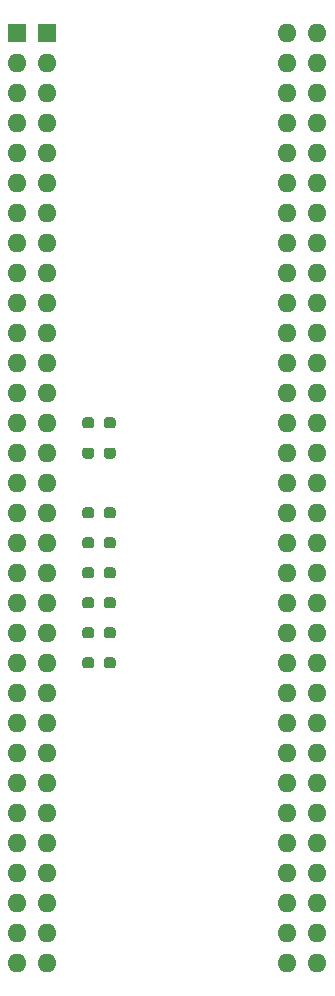
<source format=gbs>
G04 #@! TF.GenerationSoftware,KiCad,Pcbnew,(5.1.12)-1*
G04 #@! TF.CreationDate,2022-10-04T21:51:07-07:00*
G04 #@! TF.ProjectId,HDMIBuffer,48444d49-4275-4666-9665-722e6b696361,rev?*
G04 #@! TF.SameCoordinates,Original*
G04 #@! TF.FileFunction,Soldermask,Bot*
G04 #@! TF.FilePolarity,Negative*
%FSLAX46Y46*%
G04 Gerber Fmt 4.6, Leading zero omitted, Abs format (unit mm)*
G04 Created by KiCad (PCBNEW (5.1.12)-1) date 2022-10-04 21:51:07*
%MOMM*%
%LPD*%
G01*
G04 APERTURE LIST*
%ADD10O,1.600000X1.600000*%
%ADD11R,1.600000X1.600000*%
G04 APERTURE END LIST*
G36*
G01*
X118853400Y-116856500D02*
X118853400Y-117331500D01*
G75*
G02*
X118615900Y-117569000I-237500J0D01*
G01*
X118115900Y-117569000D01*
G75*
G02*
X117878400Y-117331500I0J237500D01*
G01*
X117878400Y-116856500D01*
G75*
G02*
X118115900Y-116619000I237500J0D01*
G01*
X118615900Y-116619000D01*
G75*
G02*
X118853400Y-116856500I0J-237500D01*
G01*
G37*
G36*
G01*
X120678400Y-116856500D02*
X120678400Y-117331500D01*
G75*
G02*
X120440900Y-117569000I-237500J0D01*
G01*
X119940900Y-117569000D01*
G75*
G02*
X119703400Y-117331500I0J237500D01*
G01*
X119703400Y-116856500D01*
G75*
G02*
X119940900Y-116619000I237500J0D01*
G01*
X120440900Y-116619000D01*
G75*
G02*
X120678400Y-116856500I0J-237500D01*
G01*
G37*
G36*
G01*
X118853400Y-119396500D02*
X118853400Y-119871500D01*
G75*
G02*
X118615900Y-120109000I-237500J0D01*
G01*
X118115900Y-120109000D01*
G75*
G02*
X117878400Y-119871500I0J237500D01*
G01*
X117878400Y-119396500D01*
G75*
G02*
X118115900Y-119159000I237500J0D01*
G01*
X118615900Y-119159000D01*
G75*
G02*
X118853400Y-119396500I0J-237500D01*
G01*
G37*
G36*
G01*
X120678400Y-119396500D02*
X120678400Y-119871500D01*
G75*
G02*
X120440900Y-120109000I-237500J0D01*
G01*
X119940900Y-120109000D01*
G75*
G02*
X119703400Y-119871500I0J237500D01*
G01*
X119703400Y-119396500D01*
G75*
G02*
X119940900Y-119159000I237500J0D01*
G01*
X120440900Y-119159000D01*
G75*
G02*
X120678400Y-119396500I0J-237500D01*
G01*
G37*
G36*
G01*
X118853400Y-114316500D02*
X118853400Y-114791500D01*
G75*
G02*
X118615900Y-115029000I-237500J0D01*
G01*
X118115900Y-115029000D01*
G75*
G02*
X117878400Y-114791500I0J237500D01*
G01*
X117878400Y-114316500D01*
G75*
G02*
X118115900Y-114079000I237500J0D01*
G01*
X118615900Y-114079000D01*
G75*
G02*
X118853400Y-114316500I0J-237500D01*
G01*
G37*
G36*
G01*
X120678400Y-114316500D02*
X120678400Y-114791500D01*
G75*
G02*
X120440900Y-115029000I-237500J0D01*
G01*
X119940900Y-115029000D01*
G75*
G02*
X119703400Y-114791500I0J237500D01*
G01*
X119703400Y-114316500D01*
G75*
G02*
X119940900Y-114079000I237500J0D01*
G01*
X120440900Y-114079000D01*
G75*
G02*
X120678400Y-114316500I0J-237500D01*
G01*
G37*
G36*
G01*
X118853400Y-111776500D02*
X118853400Y-112251500D01*
G75*
G02*
X118615900Y-112489000I-237500J0D01*
G01*
X118115900Y-112489000D01*
G75*
G02*
X117878400Y-112251500I0J237500D01*
G01*
X117878400Y-111776500D01*
G75*
G02*
X118115900Y-111539000I237500J0D01*
G01*
X118615900Y-111539000D01*
G75*
G02*
X118853400Y-111776500I0J-237500D01*
G01*
G37*
G36*
G01*
X120678400Y-111776500D02*
X120678400Y-112251500D01*
G75*
G02*
X120440900Y-112489000I-237500J0D01*
G01*
X119940900Y-112489000D01*
G75*
G02*
X119703400Y-112251500I0J237500D01*
G01*
X119703400Y-111776500D01*
G75*
G02*
X119940900Y-111539000I237500J0D01*
G01*
X120440900Y-111539000D01*
G75*
G02*
X120678400Y-111776500I0J-237500D01*
G01*
G37*
G36*
G01*
X118853400Y-109236500D02*
X118853400Y-109711500D01*
G75*
G02*
X118615900Y-109949000I-237500J0D01*
G01*
X118115900Y-109949000D01*
G75*
G02*
X117878400Y-109711500I0J237500D01*
G01*
X117878400Y-109236500D01*
G75*
G02*
X118115900Y-108999000I237500J0D01*
G01*
X118615900Y-108999000D01*
G75*
G02*
X118853400Y-109236500I0J-237500D01*
G01*
G37*
G36*
G01*
X120678400Y-109236500D02*
X120678400Y-109711500D01*
G75*
G02*
X120440900Y-109949000I-237500J0D01*
G01*
X119940900Y-109949000D01*
G75*
G02*
X119703400Y-109711500I0J237500D01*
G01*
X119703400Y-109236500D01*
G75*
G02*
X119940900Y-108999000I237500J0D01*
G01*
X120440900Y-108999000D01*
G75*
G02*
X120678400Y-109236500I0J-237500D01*
G01*
G37*
G36*
G01*
X118853400Y-106696500D02*
X118853400Y-107171500D01*
G75*
G02*
X118615900Y-107409000I-237500J0D01*
G01*
X118115900Y-107409000D01*
G75*
G02*
X117878400Y-107171500I0J237500D01*
G01*
X117878400Y-106696500D01*
G75*
G02*
X118115900Y-106459000I237500J0D01*
G01*
X118615900Y-106459000D01*
G75*
G02*
X118853400Y-106696500I0J-237500D01*
G01*
G37*
G36*
G01*
X120678400Y-106696500D02*
X120678400Y-107171500D01*
G75*
G02*
X120440900Y-107409000I-237500J0D01*
G01*
X119940900Y-107409000D01*
G75*
G02*
X119703400Y-107171500I0J237500D01*
G01*
X119703400Y-106696500D01*
G75*
G02*
X119940900Y-106459000I237500J0D01*
G01*
X120440900Y-106459000D01*
G75*
G02*
X120678400Y-106696500I0J-237500D01*
G01*
G37*
G36*
G01*
X118853400Y-101641900D02*
X118853400Y-102116900D01*
G75*
G02*
X118615900Y-102354400I-237500J0D01*
G01*
X118115900Y-102354400D01*
G75*
G02*
X117878400Y-102116900I0J237500D01*
G01*
X117878400Y-101641900D01*
G75*
G02*
X118115900Y-101404400I237500J0D01*
G01*
X118615900Y-101404400D01*
G75*
G02*
X118853400Y-101641900I0J-237500D01*
G01*
G37*
G36*
G01*
X120678400Y-101641900D02*
X120678400Y-102116900D01*
G75*
G02*
X120440900Y-102354400I-237500J0D01*
G01*
X119940900Y-102354400D01*
G75*
G02*
X119703400Y-102116900I0J237500D01*
G01*
X119703400Y-101641900D01*
G75*
G02*
X119940900Y-101404400I237500J0D01*
G01*
X120440900Y-101404400D01*
G75*
G02*
X120678400Y-101641900I0J-237500D01*
G01*
G37*
G36*
G01*
X118853400Y-99076500D02*
X118853400Y-99551500D01*
G75*
G02*
X118615900Y-99789000I-237500J0D01*
G01*
X118115900Y-99789000D01*
G75*
G02*
X117878400Y-99551500I0J237500D01*
G01*
X117878400Y-99076500D01*
G75*
G02*
X118115900Y-98839000I237500J0D01*
G01*
X118615900Y-98839000D01*
G75*
G02*
X118853400Y-99076500I0J-237500D01*
G01*
G37*
G36*
G01*
X120678400Y-99076500D02*
X120678400Y-99551500D01*
G75*
G02*
X120440900Y-99789000I-237500J0D01*
G01*
X119940900Y-99789000D01*
G75*
G02*
X119703400Y-99551500I0J237500D01*
G01*
X119703400Y-99076500D01*
G75*
G02*
X119940900Y-98839000I237500J0D01*
G01*
X120440900Y-98839000D01*
G75*
G02*
X120678400Y-99076500I0J-237500D01*
G01*
G37*
D10*
X137769600Y-145034000D03*
X137769600Y-142494000D03*
X137769600Y-139954000D03*
X137769600Y-137414000D03*
X137769600Y-134874000D03*
X137769600Y-132334000D03*
X137769600Y-129794000D03*
X137769600Y-127254000D03*
X137769600Y-124714000D03*
X137769600Y-122174000D03*
X137769600Y-119634000D03*
X137769600Y-117094000D03*
X137769600Y-114554000D03*
X137769600Y-112014000D03*
X137769600Y-109474000D03*
X137769600Y-106934000D03*
X137769600Y-104394000D03*
X137769600Y-101854000D03*
X137769600Y-99314000D03*
X137769600Y-96774000D03*
X137769600Y-94234000D03*
X137769600Y-91694000D03*
X137769600Y-89154000D03*
X137769600Y-86614000D03*
X137769600Y-84074000D03*
X137769600Y-81534000D03*
X137769600Y-78994000D03*
X137769600Y-76454000D03*
X137769600Y-73914000D03*
X137769600Y-71374000D03*
X137769600Y-68834000D03*
X137769600Y-66294000D03*
X135229600Y-145034000D03*
X135229600Y-142494000D03*
X135229600Y-139954000D03*
X135229600Y-137414000D03*
X135229600Y-134874000D03*
X135229600Y-132334000D03*
X135229600Y-129794000D03*
X135229600Y-127254000D03*
X135229600Y-124714000D03*
X135229600Y-122174000D03*
X135229600Y-119634000D03*
X135229600Y-117094000D03*
X135229600Y-114554000D03*
X135229600Y-112014000D03*
X135229600Y-109474000D03*
X135229600Y-106934000D03*
X135229600Y-104394000D03*
X135229600Y-101854000D03*
X135229600Y-99314000D03*
X135229600Y-96774000D03*
X135229600Y-94234000D03*
X135229600Y-91694000D03*
X135229600Y-89154000D03*
X135229600Y-86614000D03*
X135229600Y-84074000D03*
X135229600Y-81534000D03*
X135229600Y-78994000D03*
X135229600Y-76454000D03*
X135229600Y-73914000D03*
X135229600Y-71374000D03*
X135229600Y-68834000D03*
X135229600Y-66294000D03*
X114909600Y-145034000D03*
X114909600Y-142494000D03*
X114909600Y-139954000D03*
X114909600Y-137414000D03*
X114909600Y-134874000D03*
X114909600Y-132334000D03*
X114909600Y-129794000D03*
X114909600Y-127254000D03*
X114909600Y-124714000D03*
X114909600Y-122174000D03*
X114909600Y-119634000D03*
X114909600Y-117094000D03*
X114909600Y-114554000D03*
X114909600Y-112014000D03*
X114909600Y-109474000D03*
X114909600Y-106934000D03*
X114909600Y-104394000D03*
X114909600Y-101854000D03*
X114909600Y-99314000D03*
X114909600Y-96774000D03*
X114909600Y-94234000D03*
X114909600Y-91694000D03*
X114909600Y-89154000D03*
X114909600Y-86614000D03*
X114909600Y-84074000D03*
X114909600Y-81534000D03*
X114909600Y-78994000D03*
X114909600Y-76454000D03*
X114909600Y-73914000D03*
X114909600Y-71374000D03*
X114909600Y-68834000D03*
D11*
X114909600Y-66294000D03*
D10*
X112373601Y-145034000D03*
X112373601Y-142494000D03*
X112373601Y-139954000D03*
X112373601Y-137414000D03*
X112373601Y-134874000D03*
X112373601Y-132334000D03*
X112373601Y-129794000D03*
X112373601Y-127254000D03*
X112373601Y-124714000D03*
X112373601Y-122174000D03*
X112373601Y-119634000D03*
X112373601Y-117094000D03*
X112373601Y-114554000D03*
X112373601Y-112014000D03*
X112373601Y-109474000D03*
X112373601Y-106934000D03*
X112373601Y-104394000D03*
X112373601Y-101854000D03*
X112373601Y-99314000D03*
X112373601Y-96774000D03*
X112373601Y-94234000D03*
X112373601Y-91694000D03*
X112373601Y-89154000D03*
X112373601Y-86614000D03*
X112373601Y-84074000D03*
X112373601Y-81534000D03*
X112373601Y-78994000D03*
X112373601Y-76454000D03*
X112373601Y-73914000D03*
X112373601Y-71374000D03*
X112373601Y-68834000D03*
D11*
X112373601Y-66294000D03*
M02*

</source>
